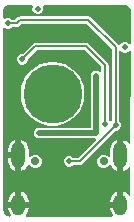
<source format=gbl>
G04*
G04 #@! TF.GenerationSoftware,Altium Limited,Altium Designer,21.9.1 (22)*
G04*
G04 Layer_Physical_Order=2*
G04 Layer_Color=16711680*
%FSLAX25Y25*%
%MOIN*%
G70*
G04*
G04 #@! TF.SameCoordinates,9576BD0E-73BF-4861-8540-BB655C5FDD5B*
G04*
G04*
G04 #@! TF.FilePolarity,Positive*
G04*
G01*
G75*
%ADD13C,0.00787*%
%ADD39C,0.02000*%
%ADD40O,0.04724X0.08661*%
%ADD41O,0.04724X0.07087*%
%ADD42C,0.02756*%
%ADD43C,0.19685*%
%ADD44C,0.01968*%
G36*
X378747Y351866D02*
X379225Y351547D01*
X379544Y351069D01*
X379647Y350551D01*
X379639Y350508D01*
X379625Y339194D01*
X379540Y339144D01*
X379125Y339040D01*
X378715Y339451D01*
X378064Y339721D01*
X377359D01*
X376708Y339451D01*
X376209Y338952D01*
X376140Y338785D01*
X375576Y338729D01*
X375490Y338857D01*
X366357Y347991D01*
X365966Y348252D01*
X365505Y348343D01*
X365505Y348343D01*
X342747D01*
X342747Y348343D01*
X342286Y348252D01*
X341895Y347991D01*
X341153Y347249D01*
X340052D01*
X339754Y347547D01*
X339103Y347816D01*
X338398D01*
X337747Y347547D01*
X337678Y347477D01*
X337178Y347684D01*
Y350506D01*
X337169Y350550D01*
X337272Y351069D01*
X337591Y351547D01*
X338069Y351866D01*
X338589Y351970D01*
X338632Y351961D01*
X346653D01*
X346987Y351461D01*
X346881Y351204D01*
Y350500D01*
X347151Y349848D01*
X347649Y349350D01*
X348300Y349080D01*
X349005D01*
X349656Y349350D01*
X350154Y349848D01*
X350424Y350500D01*
Y351204D01*
X350318Y351461D01*
X350652Y351961D01*
X378184D01*
X378228Y351970D01*
X378747Y351866D01*
D02*
G37*
G36*
X373434Y337507D02*
Y313641D01*
X373196Y313427D01*
X372624Y313526D01*
X372326Y313824D01*
Y332022D01*
X372326Y332022D01*
X372235Y332483D01*
X371973Y332874D01*
X371973Y332874D01*
X365671Y339176D01*
X365280Y339437D01*
X364820Y339529D01*
X364820Y339529D01*
X347867D01*
X347406Y339437D01*
X347015Y339176D01*
X347015Y339176D01*
X343616Y335778D01*
X343195D01*
X342544Y335508D01*
X342046Y335010D01*
X341776Y334358D01*
Y333653D01*
X342046Y333002D01*
X342544Y332504D01*
X343195Y332234D01*
X343900D01*
X344551Y332504D01*
X345050Y333002D01*
X345320Y333653D01*
Y334074D01*
X348365Y337121D01*
X364321D01*
X369918Y331524D01*
Y330012D01*
X369725Y329885D01*
X369418Y329792D01*
X369283Y329882D01*
X369215Y329951D01*
X369125Y329988D01*
X368909Y330133D01*
X368653Y330183D01*
X368564Y330221D01*
X368466D01*
X368211Y330271D01*
X367956Y330221D01*
X367859D01*
X367769Y330183D01*
X367514Y330133D01*
X367297Y329988D01*
X367208Y329951D01*
X367139Y329882D01*
X366923Y329737D01*
X366849Y329664D01*
X366454Y329073D01*
X366315Y328375D01*
X366315Y328375D01*
Y311286D01*
X366315Y311286D01*
X366303Y311271D01*
X349211D01*
X348956Y311221D01*
X348859D01*
X348769Y311183D01*
X348514Y311133D01*
X348297Y310988D01*
X348208Y310951D01*
X348139Y310882D01*
X347923Y310737D01*
X347778Y310521D01*
X347709Y310452D01*
X347672Y310363D01*
X347528Y310146D01*
X347477Y309891D01*
X347440Y309801D01*
Y309704D01*
X347389Y309449D01*
X347440Y309194D01*
Y309096D01*
X347477Y309007D01*
X347528Y308751D01*
X347672Y308535D01*
X347709Y308445D01*
X347778Y308377D01*
X347923Y308160D01*
X348139Y308016D01*
X348208Y307947D01*
X348297Y307910D01*
X348514Y307765D01*
X348769Y307714D01*
X348859Y307677D01*
X348956D01*
X349211Y307626D01*
X367849D01*
X368056Y307126D01*
X362140Y301210D01*
X360534D01*
X360237Y301508D01*
X359585Y301778D01*
X358880D01*
X358229Y301508D01*
X357731Y301009D01*
X357461Y300358D01*
Y299654D01*
X357731Y299002D01*
X358229Y298504D01*
X358880Y298234D01*
X359585D01*
X360237Y298504D01*
X360534Y298802D01*
X362638D01*
X362638Y298802D01*
X363099Y298893D01*
X363490Y299154D01*
X374570Y310234D01*
X374991D01*
X375642Y310504D01*
X376140Y311002D01*
X376410Y311653D01*
Y312358D01*
X376140Y313010D01*
X375843Y313307D01*
Y336623D01*
X376343Y336812D01*
X376708Y336447D01*
X377359Y336177D01*
X378064D01*
X378715Y336447D01*
X379122Y336855D01*
X379549Y336745D01*
X379622Y336701D01*
X379586Y305917D01*
X379085Y305757D01*
X378646Y306329D01*
X377944Y306868D01*
X377249Y307156D01*
Y301963D01*
Y296769D01*
X377944Y297057D01*
X378646Y297596D01*
X379077Y298157D01*
X379576Y297987D01*
X379565Y288709D01*
X379065Y288539D01*
X378646Y289085D01*
X377944Y289624D01*
X377249Y289912D01*
Y285506D01*
X376249D01*
Y284506D01*
X372857D01*
Y284325D01*
X372973Y283447D01*
X373312Y282629D01*
X373760Y282045D01*
X373588Y281545D01*
X344894D01*
X344722Y282045D01*
X345170Y282629D01*
X345509Y283447D01*
X345624Y284325D01*
Y284506D01*
X338842D01*
Y284325D01*
X338957Y283447D01*
X339296Y282629D01*
X339744Y282045D01*
X339733Y281956D01*
X339306Y281583D01*
X338726Y281698D01*
X337915Y282240D01*
X337374Y283050D01*
X337191Y283969D01*
X337221Y284006D01*
X337221D01*
X337178Y284224D01*
Y344405D01*
X337678Y344612D01*
X337747Y344543D01*
X338398Y344273D01*
X339103D01*
X339754Y344543D01*
X340052Y344840D01*
X341652D01*
X341652Y344840D01*
X342113Y344932D01*
X342503Y345193D01*
X343245Y345935D01*
X365006D01*
X373434Y337507D01*
D02*
G37*
%LPC*%
G36*
X354475Y333136D02*
X352802D01*
X351149Y332874D01*
X349558Y332357D01*
X348067Y331597D01*
X346713Y330614D01*
X345530Y329431D01*
X344547Y328077D01*
X343787Y326586D01*
X343270Y324995D01*
X343008Y323342D01*
Y321669D01*
X343270Y320017D01*
X343787Y318425D01*
X344547Y316935D01*
X345530Y315581D01*
X346713Y314398D01*
X348067Y313414D01*
X349558Y312655D01*
X351149Y312138D01*
X352802Y311876D01*
X354475D01*
X356128Y312138D01*
X357719Y312655D01*
X359210Y313414D01*
X360563Y314398D01*
X361747Y315581D01*
X362730Y316935D01*
X363490Y318425D01*
X364007Y320017D01*
X364268Y321669D01*
Y323342D01*
X364007Y324995D01*
X363490Y326586D01*
X362730Y328077D01*
X361747Y329431D01*
X360563Y330614D01*
X359210Y331597D01*
X357719Y332357D01*
X356128Y332874D01*
X354475Y333136D01*
D02*
G37*
G36*
X341233Y307156D02*
X340537Y306868D01*
X339835Y306329D01*
X339296Y305627D01*
X338957Y304809D01*
X338842Y303931D01*
Y302963D01*
X341233D01*
Y307156D01*
D02*
G37*
G36*
X375249D02*
X374553Y306868D01*
X373850Y306329D01*
X373312Y305627D01*
X372973Y304809D01*
X372857Y303931D01*
Y301471D01*
X372812Y301443D01*
X372357Y301318D01*
X371845Y301830D01*
X371049Y302159D01*
X370188D01*
X369392Y301830D01*
X368783Y301221D01*
X368453Y300425D01*
Y299563D01*
X368783Y298767D01*
X369392Y298158D01*
X370188Y297829D01*
X371049D01*
X371845Y298158D01*
X372455Y298767D01*
X372515Y298914D01*
X373057Y298914D01*
X373312Y298299D01*
X373850Y297596D01*
X374553Y297057D01*
X375249Y296769D01*
Y301963D01*
Y307156D01*
D02*
G37*
G36*
X343233D02*
Y301963D01*
Y296769D01*
X343929Y297057D01*
X344631Y297596D01*
X345170Y298299D01*
X345425Y298915D01*
X345966Y298914D01*
X346027Y298767D01*
X346636Y298158D01*
X347432Y297829D01*
X348293D01*
X349089Y298158D01*
X349698Y298767D01*
X350028Y299563D01*
Y300425D01*
X349698Y301221D01*
X349089Y301830D01*
X348293Y302159D01*
X347432D01*
X346636Y301830D01*
X346124Y301318D01*
X345670Y301442D01*
X345624Y301471D01*
Y303931D01*
X345509Y304809D01*
X345170Y305627D01*
X344631Y306329D01*
X343929Y306868D01*
X343233Y307156D01*
D02*
G37*
G36*
X341233Y300963D02*
X338842D01*
Y299994D01*
X338957Y299116D01*
X339296Y298299D01*
X339835Y297596D01*
X340537Y297057D01*
X341233Y296769D01*
Y300963D01*
D02*
G37*
G36*
X375249Y289912D02*
X374553Y289624D01*
X373850Y289085D01*
X373312Y288383D01*
X372973Y287565D01*
X372857Y286687D01*
Y286506D01*
X375249D01*
Y289912D01*
D02*
G37*
G36*
X343233D02*
Y286506D01*
X345624D01*
Y286687D01*
X345509Y287565D01*
X345170Y288383D01*
X344631Y289085D01*
X343929Y289624D01*
X343233Y289912D01*
D02*
G37*
G36*
X341233D02*
X340537Y289624D01*
X339835Y289085D01*
X339296Y288383D01*
X338957Y287565D01*
X338842Y286687D01*
Y286506D01*
X341233D01*
Y289912D01*
D02*
G37*
%LPD*%
D13*
X362638Y300006D02*
X374638Y312006D01*
X359233Y300006D02*
X362638D01*
X374638Y312006D02*
Y338006D01*
X371122Y312522D02*
Y332022D01*
X364820Y338325D02*
X371122Y332022D01*
X343548Y334006D02*
X347867Y338325D01*
X342747Y347139D02*
X365505D01*
X374638Y338006D01*
X347867Y338325D02*
X364820D01*
X341652Y346045D02*
X342747Y347139D01*
X338751Y346045D02*
X341652D01*
D39*
X368138Y328375D02*
X368211Y328449D01*
Y309449D02*
Y311213D01*
X368138Y311286D02*
X368211Y311213D01*
X368138Y311286D02*
Y328375D01*
X349211Y309449D02*
X368211D01*
D40*
X376249Y301963D02*
D03*
X342233D02*
D03*
D41*
Y285506D02*
D03*
X376249D02*
D03*
D42*
X347863Y299994D02*
D03*
X370619D02*
D03*
D43*
X353638Y322506D02*
D03*
D44*
X372047Y295275D02*
D03*
X366142Y283465D02*
D03*
X360236Y295275D02*
D03*
X354331Y283465D02*
D03*
X348425Y342520D02*
D03*
X342520Y330709D02*
D03*
X348425Y295275D02*
D03*
X343548Y334006D02*
D03*
X359233Y300006D02*
D03*
X374638Y312006D02*
D03*
X371122Y312522D02*
D03*
X338751Y346045D02*
D03*
X348653Y350852D02*
D03*
X366823Y350631D02*
D03*
X366420Y341148D02*
D03*
X349211Y309449D02*
D03*
X368211D02*
D03*
Y328449D02*
D03*
X377711Y337949D02*
D03*
M02*

</source>
